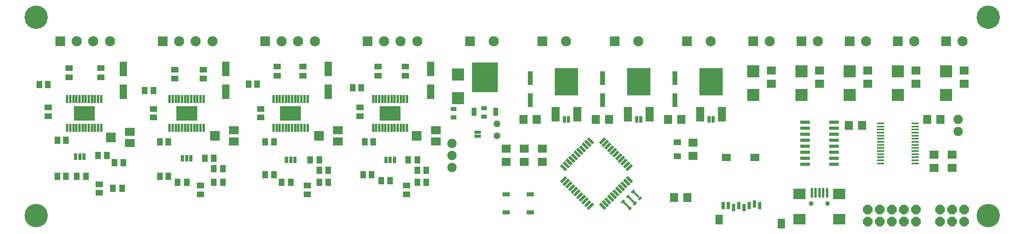
<source format=gts>
G75*
G70*
%OFA0B0*%
%FSLAX24Y24*%
%IPPOS*%
%LPD*%
%AMOC8*
5,1,8,0,0,1.08239X$1,22.5*
%
%ADD10R,0.0840X0.0840*%
%ADD11C,0.0840*%
%ADD12R,0.0315X0.0197*%
%ADD13R,0.0157X0.0630*%
%ADD14R,0.1024X0.0906*%
%ADD15R,0.0237X0.0827*%
%ADD16C,0.0394*%
%ADD17R,0.0749X0.0670*%
%ADD18R,0.0670X0.0749*%
%ADD19R,0.0840X0.0300*%
%ADD20R,0.0591X0.0788*%
%ADD21R,0.0749X0.0591*%
%ADD22R,0.0316X0.0631*%
%ADD23R,0.0670X0.1221*%
%ADD24R,0.1940X0.2290*%
%ADD25R,0.0985X0.0985*%
%ADD26R,0.0434X0.1142*%
%ADD27R,0.2166X0.2481*%
%ADD28R,0.0434X0.0670*%
%ADD29R,0.0512X0.0355*%
%ADD30C,0.0780*%
%ADD31R,0.0640X0.0340*%
%ADD32OC8,0.0780*%
%ADD33R,0.0591X0.0512*%
%ADD34R,0.0631X0.0237*%
%ADD35R,0.0237X0.0631*%
%ADD36R,0.0590X0.0177*%
%ADD37R,0.0290X0.0540*%
%ADD38R,0.0827X0.0827*%
%ADD39R,0.0827X0.0670*%
%ADD40R,0.0217X0.0690*%
%ADD41R,0.1741X0.1221*%
%ADD42R,0.0493X0.0611*%
%ADD43R,0.0591X0.0453*%
%ADD44R,0.0453X0.0591*%
%ADD45R,0.0611X0.0493*%
%ADD46R,0.0591X0.1221*%
%ADD47R,0.0540X0.0290*%
%ADD48OC8,0.0560*%
%ADD49C,0.1940*%
D10*
X005650Y018150D03*
X014150Y018150D03*
X022650Y018150D03*
X031150Y018150D03*
X039650Y018150D03*
X045650Y018150D03*
X051650Y018150D03*
X057650Y018150D03*
X063150Y018150D03*
X067150Y018150D03*
X071150Y018150D03*
X075150Y018150D03*
X079150Y018150D03*
D11*
X080528Y018150D03*
X076528Y018150D03*
X072528Y018150D03*
X068528Y018150D03*
X064528Y018150D03*
X059619Y018150D03*
X053619Y018150D03*
X047619Y018150D03*
X041619Y018150D03*
X035284Y018150D03*
X033906Y018150D03*
X032528Y018150D03*
X026784Y018150D03*
X025406Y018150D03*
X024028Y018150D03*
X018284Y018150D03*
X016906Y018150D03*
X015528Y018150D03*
X009784Y018150D03*
X008406Y018150D03*
X007028Y018150D03*
D12*
G36*
X053355Y005701D02*
X053134Y005480D01*
X052995Y005619D01*
X053216Y005840D01*
X053355Y005701D01*
G37*
G36*
X052938Y005283D02*
X052717Y005062D01*
X052578Y005201D01*
X052799Y005422D01*
X052938Y005283D01*
G37*
G36*
X053580Y005034D02*
X053801Y005255D01*
X053940Y005116D01*
X053719Y004895D01*
X053580Y005034D01*
G37*
G36*
X053162Y004617D02*
X053383Y004838D01*
X053522Y004699D01*
X053301Y004478D01*
X053162Y004617D01*
G37*
G36*
X052520Y004866D02*
X052299Y004645D01*
X052160Y004784D01*
X052381Y005005D01*
X052520Y004866D01*
G37*
G36*
X052745Y004199D02*
X052966Y004420D01*
X053105Y004281D01*
X052884Y004060D01*
X052745Y004199D01*
G37*
D13*
G36*
X052909Y004365D02*
X052799Y004255D01*
X052355Y004699D01*
X052465Y004809D01*
X052909Y004365D01*
G37*
G36*
X053327Y004783D02*
X053217Y004673D01*
X052773Y005117D01*
X052883Y005227D01*
X053327Y004783D01*
G37*
G36*
X053745Y005201D02*
X053635Y005091D01*
X053191Y005535D01*
X053301Y005645D01*
X053745Y005201D01*
G37*
D14*
X066996Y005437D03*
X070304Y005437D03*
X070304Y003351D03*
X066996Y003351D03*
D15*
X068020Y005536D03*
X068335Y005536D03*
X068650Y005536D03*
X068965Y005536D03*
X069280Y005536D03*
D16*
X069339Y004650D03*
X067961Y004650D03*
D17*
X078150Y007599D03*
X079650Y007599D03*
X079650Y008701D03*
X078150Y008701D03*
X058150Y008599D03*
X058150Y009701D03*
X045650Y009201D03*
X044150Y009201D03*
X042650Y009201D03*
X042650Y008099D03*
X044150Y008099D03*
X045650Y008099D03*
X064650Y014599D03*
X064650Y015701D03*
X068650Y015701D03*
X068650Y014599D03*
X072650Y014599D03*
X072650Y015701D03*
X076650Y015701D03*
X076650Y014599D03*
X080650Y014599D03*
X080650Y015701D03*
D18*
X078701Y011650D03*
X077599Y011650D03*
X072201Y011150D03*
X071099Y011150D03*
X057201Y011650D03*
X056099Y011650D03*
X051201Y011650D03*
X050099Y011650D03*
X045201Y011650D03*
X044099Y011650D03*
X056599Y005150D03*
X057701Y005150D03*
D19*
X067440Y007900D03*
X067440Y008400D03*
X067440Y008900D03*
X067440Y009400D03*
X067440Y009900D03*
X067440Y010400D03*
X067440Y010900D03*
X067440Y011400D03*
X069860Y011400D03*
X069860Y010900D03*
X069860Y010400D03*
X069860Y009900D03*
X069860Y009400D03*
X069860Y008900D03*
X069860Y008400D03*
X069860Y007900D03*
D20*
X060307Y003319D03*
X065504Y002965D03*
D21*
X063300Y008477D03*
X060937Y008477D03*
D22*
X063260Y004619D03*
X062827Y004461D03*
X062394Y004304D03*
X061961Y004461D03*
X061528Y004304D03*
X061095Y004461D03*
X060662Y004461D03*
X063693Y004461D03*
D23*
X060548Y012059D03*
X058752Y012059D03*
X054548Y012059D03*
X052752Y012059D03*
X048548Y012059D03*
X046752Y012059D03*
D24*
X047650Y014775D03*
X053650Y014775D03*
X059650Y014775D03*
D25*
X063150Y015634D03*
X067150Y015634D03*
X071150Y015634D03*
X075150Y015634D03*
X079150Y015634D03*
X079150Y013666D03*
X075150Y013666D03*
X071150Y013666D03*
X067150Y013666D03*
X063150Y013666D03*
X038650Y013416D03*
X038650Y015384D03*
D26*
X044650Y015075D03*
X050650Y015075D03*
X056650Y015075D03*
X056650Y013225D03*
X050650Y013225D03*
X044650Y013225D03*
D27*
X040900Y015134D03*
D28*
X040002Y012260D03*
X041798Y012260D03*
D29*
X040838Y012567D03*
X040838Y011858D03*
X038275Y011796D03*
X038275Y012504D03*
D30*
X038150Y009650D03*
X038150Y008650D03*
X038150Y007650D03*
X080150Y010650D03*
X080150Y011650D03*
D31*
X044650Y005400D03*
X042650Y005400D03*
X042650Y003900D03*
X044650Y003900D03*
D32*
X072650Y004150D03*
X073650Y004150D03*
X074650Y004150D03*
X075650Y004150D03*
X076650Y004150D03*
X078650Y004150D03*
X079650Y004150D03*
X080650Y004150D03*
X080650Y003150D03*
X079650Y003150D03*
X078650Y003150D03*
X076650Y003150D03*
X075650Y003150D03*
X074650Y003150D03*
X073650Y003150D03*
X072650Y003150D03*
D33*
X056850Y008559D03*
X056850Y009741D03*
D34*
G36*
X049510Y010184D02*
X049955Y009739D01*
X049788Y009572D01*
X049343Y010017D01*
X049510Y010184D01*
G37*
G36*
X049287Y009961D02*
X049732Y009516D01*
X049565Y009349D01*
X049120Y009794D01*
X049287Y009961D01*
G37*
G36*
X049064Y009739D02*
X049509Y009294D01*
X049342Y009127D01*
X048897Y009572D01*
X049064Y009739D01*
G37*
G36*
X048842Y009516D02*
X049287Y009071D01*
X049120Y008904D01*
X048675Y009349D01*
X048842Y009516D01*
G37*
G36*
X048619Y009293D02*
X049064Y008848D01*
X048897Y008681D01*
X048452Y009126D01*
X048619Y009293D01*
G37*
G36*
X048396Y009071D02*
X048841Y008626D01*
X048674Y008459D01*
X048229Y008904D01*
X048396Y009071D01*
G37*
G36*
X048174Y008848D02*
X048619Y008403D01*
X048452Y008236D01*
X048007Y008681D01*
X048174Y008848D01*
G37*
G36*
X047951Y008625D02*
X048396Y008180D01*
X048229Y008013D01*
X047784Y008458D01*
X047951Y008625D01*
G37*
G36*
X047728Y008403D02*
X048173Y007958D01*
X048006Y007791D01*
X047561Y008236D01*
X047728Y008403D01*
G37*
G36*
X047506Y008180D02*
X047951Y007735D01*
X047784Y007568D01*
X047339Y008013D01*
X047506Y008180D01*
G37*
G36*
X047283Y007957D02*
X047728Y007512D01*
X047561Y007345D01*
X047116Y007790D01*
X047283Y007957D01*
G37*
G36*
X052294Y006509D02*
X052739Y006064D01*
X052572Y005897D01*
X052127Y006342D01*
X052294Y006509D01*
G37*
G36*
X052516Y006732D02*
X052961Y006287D01*
X052794Y006120D01*
X052349Y006565D01*
X052516Y006732D01*
G37*
G36*
X052739Y006955D02*
X053184Y006510D01*
X053017Y006343D01*
X052572Y006788D01*
X052739Y006955D01*
G37*
G36*
X052071Y006287D02*
X052516Y005842D01*
X052349Y005675D01*
X051904Y006120D01*
X052071Y006287D01*
G37*
G36*
X051848Y006064D02*
X052293Y005619D01*
X052126Y005452D01*
X051681Y005897D01*
X051848Y006064D01*
G37*
G36*
X051626Y005841D02*
X052071Y005396D01*
X051904Y005229D01*
X051459Y005674D01*
X051626Y005841D01*
G37*
G36*
X051403Y005619D02*
X051848Y005174D01*
X051681Y005007D01*
X051236Y005452D01*
X051403Y005619D01*
G37*
G36*
X051180Y005396D02*
X051625Y004951D01*
X051458Y004784D01*
X051013Y005229D01*
X051180Y005396D01*
G37*
G36*
X050958Y005173D02*
X051403Y004728D01*
X051236Y004561D01*
X050791Y005006D01*
X050958Y005173D01*
G37*
G36*
X050735Y004951D02*
X051180Y004506D01*
X051013Y004339D01*
X050568Y004784D01*
X050735Y004951D01*
G37*
G36*
X050512Y004728D02*
X050957Y004283D01*
X050790Y004116D01*
X050345Y004561D01*
X050512Y004728D01*
G37*
D35*
G36*
X049788Y004728D02*
X049955Y004561D01*
X049510Y004116D01*
X049343Y004283D01*
X049788Y004728D01*
G37*
G36*
X049565Y004951D02*
X049732Y004784D01*
X049287Y004339D01*
X049120Y004506D01*
X049565Y004951D01*
G37*
G36*
X049342Y005173D02*
X049509Y005006D01*
X049064Y004561D01*
X048897Y004728D01*
X049342Y005173D01*
G37*
G36*
X049120Y005396D02*
X049287Y005229D01*
X048842Y004784D01*
X048675Y004951D01*
X049120Y005396D01*
G37*
G36*
X048897Y005619D02*
X049064Y005452D01*
X048619Y005007D01*
X048452Y005174D01*
X048897Y005619D01*
G37*
G36*
X048674Y005841D02*
X048841Y005674D01*
X048396Y005229D01*
X048229Y005396D01*
X048674Y005841D01*
G37*
G36*
X048452Y006064D02*
X048619Y005897D01*
X048174Y005452D01*
X048007Y005619D01*
X048452Y006064D01*
G37*
G36*
X048229Y006287D02*
X048396Y006120D01*
X047951Y005675D01*
X047784Y005842D01*
X048229Y006287D01*
G37*
G36*
X048006Y006509D02*
X048173Y006342D01*
X047728Y005897D01*
X047561Y006064D01*
X048006Y006509D01*
G37*
G36*
X047784Y006732D02*
X047951Y006565D01*
X047506Y006120D01*
X047339Y006287D01*
X047784Y006732D01*
G37*
G36*
X047561Y006955D02*
X047728Y006788D01*
X047283Y006343D01*
X047116Y006510D01*
X047561Y006955D01*
G37*
G36*
X052349Y008625D02*
X052516Y008458D01*
X052071Y008013D01*
X051904Y008180D01*
X052349Y008625D01*
G37*
G36*
X052126Y008848D02*
X052293Y008681D01*
X051848Y008236D01*
X051681Y008403D01*
X052126Y008848D01*
G37*
G36*
X051904Y009071D02*
X052071Y008904D01*
X051626Y008459D01*
X051459Y008626D01*
X051904Y009071D01*
G37*
G36*
X051681Y009293D02*
X051848Y009126D01*
X051403Y008681D01*
X051236Y008848D01*
X051681Y009293D01*
G37*
G36*
X051458Y009516D02*
X051625Y009349D01*
X051180Y008904D01*
X051013Y009071D01*
X051458Y009516D01*
G37*
G36*
X051236Y009739D02*
X051403Y009572D01*
X050958Y009127D01*
X050791Y009294D01*
X051236Y009739D01*
G37*
G36*
X051013Y009961D02*
X051180Y009794D01*
X050735Y009349D01*
X050568Y009516D01*
X051013Y009961D01*
G37*
G36*
X050790Y010184D02*
X050957Y010017D01*
X050512Y009572D01*
X050345Y009739D01*
X050790Y010184D01*
G37*
G36*
X052572Y008403D02*
X052739Y008236D01*
X052294Y007791D01*
X052127Y007958D01*
X052572Y008403D01*
G37*
G36*
X052794Y008180D02*
X052961Y008013D01*
X052516Y007568D01*
X052349Y007735D01*
X052794Y008180D01*
G37*
G36*
X053017Y007957D02*
X053184Y007790D01*
X052739Y007345D01*
X052572Y007512D01*
X053017Y007957D01*
G37*
D36*
X073711Y007987D03*
X073711Y008243D03*
X073711Y008498D03*
X073711Y008754D03*
X073711Y009010D03*
X073711Y009266D03*
X073711Y009522D03*
X073711Y009778D03*
X073711Y010034D03*
X073711Y010290D03*
X073711Y010546D03*
X073711Y010802D03*
X073711Y011057D03*
X073711Y011313D03*
X076589Y011313D03*
X076589Y011057D03*
X076589Y010802D03*
X076589Y010546D03*
X076589Y010290D03*
X076589Y010034D03*
X076589Y009778D03*
X076589Y009522D03*
X076589Y009266D03*
X076589Y009010D03*
X076589Y008754D03*
X076589Y008498D03*
X076589Y008243D03*
X076589Y007987D03*
D37*
X059827Y011650D03*
X059473Y011650D03*
X053827Y011650D03*
X053473Y011650D03*
X047827Y011650D03*
X047473Y011650D03*
X033375Y008275D03*
X033025Y008275D03*
X032675Y008275D03*
X025125Y008275D03*
X024775Y008275D03*
X024425Y008275D03*
X016500Y008400D03*
X016150Y008400D03*
X015800Y008400D03*
X007625Y008525D03*
X007275Y008525D03*
X006925Y008525D03*
D38*
X009863Y010150D03*
X018488Y010275D03*
X027113Y010275D03*
X035238Y010275D03*
D39*
X036812Y009812D03*
X036812Y010738D03*
X028687Y010738D03*
X028687Y009812D03*
X020062Y009812D03*
X020062Y010738D03*
X011437Y010613D03*
X011437Y009687D03*
D40*
X009048Y010930D03*
X008792Y010930D03*
X008536Y010930D03*
X008280Y010930D03*
X008024Y010930D03*
X007768Y010930D03*
X007512Y010930D03*
X007256Y010930D03*
X007000Y010930D03*
X006744Y010930D03*
X006489Y010930D03*
X006233Y010930D03*
X014733Y010930D03*
X014989Y010930D03*
X015244Y010930D03*
X015500Y010930D03*
X015756Y010930D03*
X016012Y010930D03*
X016268Y010930D03*
X016524Y010930D03*
X016780Y010930D03*
X017036Y010930D03*
X017292Y010930D03*
X017548Y010930D03*
X023358Y010930D03*
X023614Y010930D03*
X023869Y010930D03*
X024125Y010930D03*
X024381Y010930D03*
X024637Y010930D03*
X024893Y010930D03*
X025149Y010930D03*
X025405Y010930D03*
X025661Y010930D03*
X025917Y010930D03*
X026173Y010930D03*
X031608Y010930D03*
X031864Y010930D03*
X032119Y010930D03*
X032375Y010930D03*
X032631Y010930D03*
X032887Y010930D03*
X033143Y010930D03*
X033399Y010930D03*
X033655Y010930D03*
X033911Y010930D03*
X034167Y010930D03*
X034423Y010930D03*
X034423Y013331D03*
X034167Y013331D03*
X033911Y013331D03*
X033655Y013331D03*
X033399Y013331D03*
X033143Y013331D03*
X032887Y013331D03*
X032631Y013331D03*
X032375Y013331D03*
X032119Y013331D03*
X031864Y013331D03*
X031608Y013331D03*
X026173Y013331D03*
X025917Y013331D03*
X025661Y013331D03*
X025405Y013331D03*
X025149Y013331D03*
X024893Y013331D03*
X024637Y013331D03*
X024381Y013331D03*
X024125Y013331D03*
X023869Y013331D03*
X023614Y013331D03*
X023358Y013331D03*
X017548Y013331D03*
X017292Y013331D03*
X017036Y013331D03*
X016780Y013331D03*
X016524Y013331D03*
X016268Y013331D03*
X016012Y013331D03*
X015756Y013331D03*
X015500Y013331D03*
X015244Y013331D03*
X014989Y013331D03*
X014733Y013331D03*
X009048Y013331D03*
X008792Y013331D03*
X008536Y013331D03*
X008280Y013331D03*
X008024Y013331D03*
X007768Y013331D03*
X007512Y013331D03*
X007256Y013331D03*
X007000Y013331D03*
X006744Y013331D03*
X006489Y013331D03*
X006233Y013331D03*
D41*
X007640Y012130D03*
X016140Y012130D03*
X024765Y012130D03*
X033015Y012130D03*
D42*
X031629Y009775D03*
X030921Y009775D03*
X023379Y009775D03*
X022671Y009775D03*
X014629Y009775D03*
X013921Y009775D03*
X006129Y009900D03*
X005421Y009900D03*
X005421Y006900D03*
X006129Y006900D03*
X013921Y006900D03*
X014629Y006900D03*
X022671Y007025D03*
X023379Y007025D03*
X030796Y007025D03*
X031504Y007025D03*
X013379Y014025D03*
X012671Y014025D03*
X004629Y014525D03*
X003921Y014525D03*
X021296Y014588D03*
X022004Y014588D03*
X029921Y014275D03*
X030629Y014275D03*
D43*
X032025Y015276D03*
X034275Y015276D03*
X034275Y016024D03*
X032025Y016024D03*
X025775Y016024D03*
X023650Y016024D03*
X023650Y015276D03*
X025775Y015276D03*
X017525Y015026D03*
X017525Y015774D03*
X015150Y015774D03*
X015150Y015026D03*
X009025Y015151D03*
X009025Y015899D03*
X006400Y015899D03*
X006400Y015151D03*
D44*
X008776Y008650D03*
X009524Y008650D03*
X010151Y008025D03*
X010899Y008025D03*
X007774Y006900D03*
X007026Y006900D03*
X010026Y005900D03*
X010774Y005900D03*
X015401Y006400D03*
X016149Y006400D03*
X018401Y006400D03*
X019149Y006400D03*
X019149Y007525D03*
X018401Y007525D03*
X018399Y008400D03*
X017651Y008400D03*
X024026Y006400D03*
X024774Y006400D03*
X027151Y006400D03*
X027899Y006400D03*
X027899Y007400D03*
X027151Y007400D03*
X027149Y008275D03*
X026401Y008275D03*
X032276Y006525D03*
X033024Y006525D03*
X035276Y006400D03*
X036024Y006400D03*
X036024Y007400D03*
X035276Y007400D03*
X035274Y008275D03*
X034526Y008275D03*
D45*
X034400Y006129D03*
X034400Y005421D03*
X026150Y005421D03*
X026150Y006129D03*
X017275Y006129D03*
X017275Y005421D03*
X008900Y005546D03*
X008900Y006254D03*
X013400Y011796D03*
X013400Y012504D03*
X004650Y012629D03*
X004650Y011921D03*
X022275Y011796D03*
X022275Y012504D03*
X030525Y012629D03*
X030525Y011921D03*
D46*
X027900Y013955D03*
X027900Y015845D03*
X019400Y015845D03*
X019400Y013955D03*
X010900Y013955D03*
X010900Y015845D03*
X036400Y015845D03*
X036400Y013955D03*
D47*
X040275Y010562D03*
X040275Y010238D03*
D48*
X041900Y010275D03*
X041900Y011275D03*
D49*
X003650Y003650D03*
X003650Y020150D03*
X082650Y020150D03*
X082650Y003650D03*
M02*

</source>
